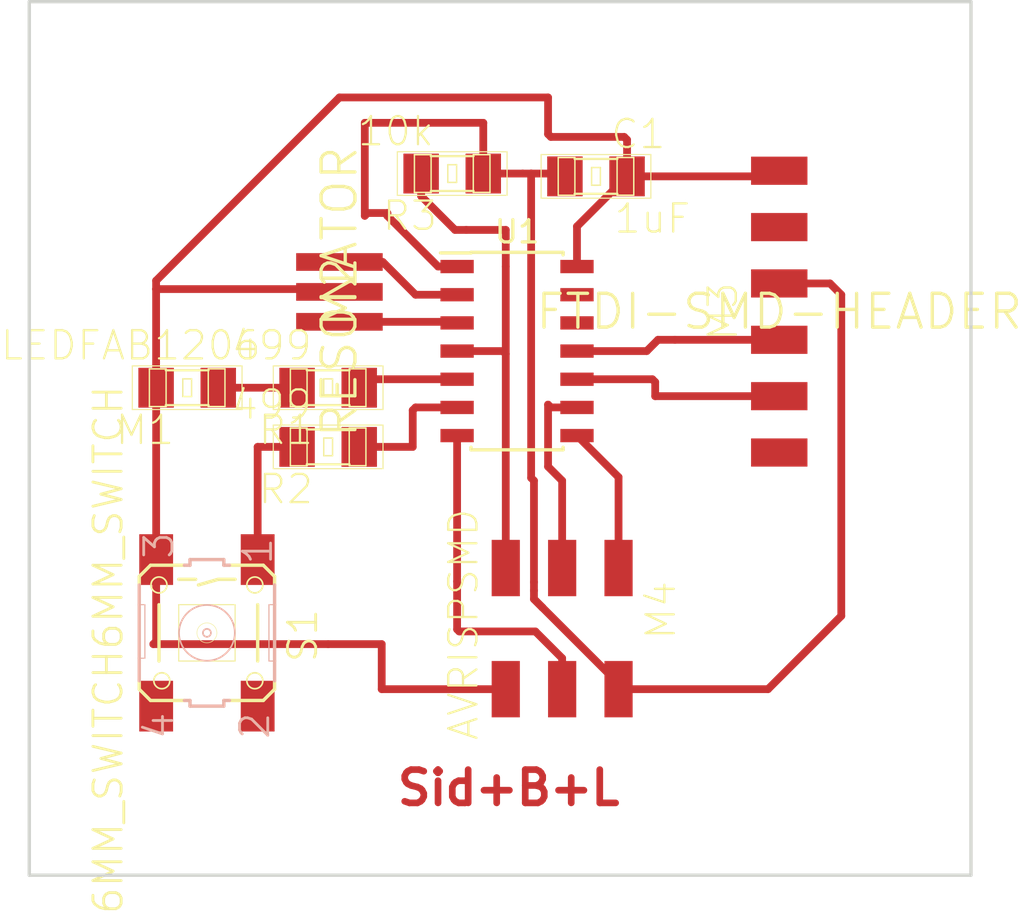
<source format=kicad_pcb>
(kicad_pcb (version 4) (host pcbnew 4.0.6-e0-6349~53~ubuntu16.04.1)

  (general
    (links 23)
    (no_connects 0)
    (area 133.12581 117.272999 179.560286 158.671811)
    (thickness 1.6)
    (drawings 5)
    (tracks 98)
    (zones 0)
    (modules 10)
    (nets 21)
  )

  (page A4)
  (layers
    (0 F.Cu signal)
    (31 B.Cu signal)
    (32 B.Adhes user)
    (33 F.Adhes user)
    (34 B.Paste user)
    (35 F.Paste user)
    (36 B.SilkS user)
    (37 F.SilkS user)
    (38 B.Mask user)
    (39 F.Mask user)
    (40 Dwgs.User user)
    (41 Cmts.User user)
    (42 Eco1.User user)
    (43 Eco2.User user)
    (44 Edge.Cuts user)
    (45 Margin user)
    (46 B.CrtYd user)
    (47 F.CrtYd user)
    (48 B.Fab user)
    (49 F.Fab user)
  )

  (setup
    (last_trace_width 0.35)
    (trace_clearance 0.2)
    (zone_clearance 0.508)
    (zone_45_only no)
    (trace_min 0.2)
    (segment_width 0.2)
    (edge_width 0.15)
    (via_size 0.6)
    (via_drill 0.4)
    (via_min_size 0.4)
    (via_min_drill 0.3)
    (uvia_size 0.3)
    (uvia_drill 0.1)
    (uvias_allowed no)
    (uvia_min_size 0.2)
    (uvia_min_drill 0.1)
    (pcb_text_width 0.3)
    (pcb_text_size 1.5 1.5)
    (mod_edge_width 0.15)
    (mod_text_size 1 1)
    (mod_text_width 0.15)
    (pad_size 1.524 1.524)
    (pad_drill 0.762)
    (pad_to_mask_clearance 0.2)
    (aux_axis_origin 0 0)
    (visible_elements FFFFFF1F)
    (pcbplotparams
      (layerselection 0x00030_80000001)
      (usegerberextensions false)
      (excludeedgelayer true)
      (linewidth 0.100000)
      (plotframeref false)
      (viasonmask false)
      (mode 1)
      (useauxorigin false)
      (hpglpennumber 1)
      (hpglpenspeed 20)
      (hpglpendiameter 15)
      (hpglpenoverlay 2)
      (psnegative false)
      (psa4output false)
      (plotreference true)
      (plotvalue true)
      (plotinvisibletext false)
      (padsonsilk false)
      (subtractmaskfromsilk false)
      (outputformat 1)
      (mirror false)
      (drillshape 1)
      (scaleselection 1)
      (outputdirectory ../../../../../../../pngs/))
  )

  (net 0 "")
  (net 1 VCC)
  (net 2 GND)
  (net 3 "Net-(M1-Pad1)")
  (net 4 "Net-(M2-Pad1)")
  (net 5 "Net-(M2-Pad3)")
  (net 6 "Net-(M3-Pad2)")
  (net 7 TX)
  (net 8 RX)
  (net 9 "Net-(M3-Pad6)")
  (net 10 MISO)
  (net 11 SCK)
  (net 12 MOSI)
  (net 13 RST)
  (net 14 PA0)
  (net 15 PA1)
  (net 16 "Net-(R2-Pad2)")
  (net 17 "Net-(S1-Pad2)")
  (net 18 "Net-(S1-Pad4)")
  (net 19 "Net-(U1-Pad12)")
  (net 20 "Net-(U1-Pad13)")

  (net_class Default "This is the default net class."
    (clearance 0.2)
    (trace_width 0.35)
    (via_dia 0.6)
    (via_drill 0.4)
    (uvia_dia 0.3)
    (uvia_drill 0.1)
    (add_net GND)
    (add_net MISO)
    (add_net MOSI)
    (add_net "Net-(M1-Pad1)")
    (add_net "Net-(M2-Pad1)")
    (add_net "Net-(M2-Pad3)")
    (add_net "Net-(M3-Pad2)")
    (add_net "Net-(M3-Pad6)")
    (add_net "Net-(R2-Pad2)")
    (add_net "Net-(S1-Pad2)")
    (add_net "Net-(S1-Pad4)")
    (add_net "Net-(U1-Pad12)")
    (add_net "Net-(U1-Pad13)")
    (add_net PA0)
    (add_net PA1)
    (add_net RST)
    (add_net RX)
    (add_net SCK)
    (add_net TX)
    (add_net VCC)
  )

  (module fab:fab-C1206 (layer F.Cu) (tedit 200000) (tstamp 5950F6B6)
    (at 160.147 125.222)
    (descr CAPACITOR)
    (tags CAPACITOR)
    (path /5950FFFD)
    (attr smd)
    (fp_text reference C1 (at 1.905 -1.905) (layer F.SilkS)
      (effects (font (size 1.27 1.27) (thickness 0.1016)))
    )
    (fp_text value 1uF (at 2.54 1.905) (layer F.SilkS)
      (effects (font (size 1.27 1.27) (thickness 0.1016)))
    )
    (fp_line (start -1.7018 0.8509) (end -0.94996 0.8509) (layer F.SilkS) (width 0.06604))
    (fp_line (start -0.94996 0.8509) (end -0.94996 -0.84836) (layer F.SilkS) (width 0.06604))
    (fp_line (start -1.7018 -0.84836) (end -0.94996 -0.84836) (layer F.SilkS) (width 0.06604))
    (fp_line (start -1.7018 0.8509) (end -1.7018 -0.84836) (layer F.SilkS) (width 0.06604))
    (fp_line (start 0.94996 0.84836) (end 1.7018 0.84836) (layer F.SilkS) (width 0.06604))
    (fp_line (start 1.7018 0.84836) (end 1.7018 -0.8509) (layer F.SilkS) (width 0.06604))
    (fp_line (start 0.94996 -0.8509) (end 1.7018 -0.8509) (layer F.SilkS) (width 0.06604))
    (fp_line (start 0.94996 0.84836) (end 0.94996 -0.8509) (layer F.SilkS) (width 0.06604))
    (fp_line (start -0.19812 0.39878) (end 0.19812 0.39878) (layer F.SilkS) (width 0.06604))
    (fp_line (start 0.19812 0.39878) (end 0.19812 -0.39878) (layer F.SilkS) (width 0.06604))
    (fp_line (start -0.19812 -0.39878) (end 0.19812 -0.39878) (layer F.SilkS) (width 0.06604))
    (fp_line (start -0.19812 0.39878) (end -0.19812 -0.39878) (layer F.SilkS) (width 0.06604))
    (fp_line (start -2.47142 -0.98298) (end 2.47142 -0.98298) (layer F.SilkS) (width 0.0508))
    (fp_line (start 2.47142 0.98298) (end -2.47142 0.98298) (layer F.SilkS) (width 0.0508))
    (fp_line (start -2.47142 0.98298) (end -2.47142 -0.98298) (layer F.SilkS) (width 0.0508))
    (fp_line (start 2.47142 -0.98298) (end 2.47142 0.98298) (layer F.SilkS) (width 0.0508))
    (fp_line (start -0.96266 -0.78486) (end 0.96266 -0.78486) (layer F.SilkS) (width 0.1016))
    (fp_line (start -0.96266 0.78486) (end 0.96266 0.78486) (layer F.SilkS) (width 0.1016))
    (pad 1 smd rect (at -1.39954 0) (size 1.59766 1.79832) (layers F.Cu F.Paste F.Mask)
      (net 1 VCC))
    (pad 2 smd rect (at 1.39954 0) (size 1.59766 1.79832) (layers F.Cu F.Paste F.Mask)
      (net 2 GND))
  )

  (module fab:fab-C1206 (layer F.Cu) (tedit 200000) (tstamp 5950F6BC)
    (at 141.732 134.747 180)
    (descr CAPACITOR)
    (tags CAPACITOR)
    (path /5950EE54)
    (attr smd)
    (fp_text reference M1 (at 1.905 -1.905 180) (layer F.SilkS)
      (effects (font (size 1.27 1.27) (thickness 0.1016)))
    )
    (fp_text value LEDFAB1206 (at 2.54 1.905 180) (layer F.SilkS)
      (effects (font (size 1.27 1.27) (thickness 0.1016)))
    )
    (fp_line (start -1.7018 0.8509) (end -0.94996 0.8509) (layer F.SilkS) (width 0.06604))
    (fp_line (start -0.94996 0.8509) (end -0.94996 -0.84836) (layer F.SilkS) (width 0.06604))
    (fp_line (start -1.7018 -0.84836) (end -0.94996 -0.84836) (layer F.SilkS) (width 0.06604))
    (fp_line (start -1.7018 0.8509) (end -1.7018 -0.84836) (layer F.SilkS) (width 0.06604))
    (fp_line (start 0.94996 0.84836) (end 1.7018 0.84836) (layer F.SilkS) (width 0.06604))
    (fp_line (start 1.7018 0.84836) (end 1.7018 -0.8509) (layer F.SilkS) (width 0.06604))
    (fp_line (start 0.94996 -0.8509) (end 1.7018 -0.8509) (layer F.SilkS) (width 0.06604))
    (fp_line (start 0.94996 0.84836) (end 0.94996 -0.8509) (layer F.SilkS) (width 0.06604))
    (fp_line (start -0.19812 0.39878) (end 0.19812 0.39878) (layer F.SilkS) (width 0.06604))
    (fp_line (start 0.19812 0.39878) (end 0.19812 -0.39878) (layer F.SilkS) (width 0.06604))
    (fp_line (start -0.19812 -0.39878) (end 0.19812 -0.39878) (layer F.SilkS) (width 0.06604))
    (fp_line (start -0.19812 0.39878) (end -0.19812 -0.39878) (layer F.SilkS) (width 0.06604))
    (fp_line (start -2.47142 -0.98298) (end 2.47142 -0.98298) (layer F.SilkS) (width 0.0508))
    (fp_line (start 2.47142 0.98298) (end -2.47142 0.98298) (layer F.SilkS) (width 0.0508))
    (fp_line (start -2.47142 0.98298) (end -2.47142 -0.98298) (layer F.SilkS) (width 0.0508))
    (fp_line (start 2.47142 -0.98298) (end 2.47142 0.98298) (layer F.SilkS) (width 0.0508))
    (fp_line (start -0.96266 -0.78486) (end 0.96266 -0.78486) (layer F.SilkS) (width 0.1016))
    (fp_line (start -0.96266 0.78486) (end 0.96266 0.78486) (layer F.SilkS) (width 0.1016))
    (pad 1 smd rect (at -1.39954 0 180) (size 1.59766 1.79832) (layers F.Cu F.Paste F.Mask)
      (net 3 "Net-(M1-Pad1)"))
    (pad 2 smd rect (at 1.39954 0 180) (size 1.59766 1.79832) (layers F.Cu F.Paste F.Mask)
      (net 2 GND))
  )

  (module fab:fab-EFOBM (layer F.Cu) (tedit 200000) (tstamp 5950F6C3)
    (at 148.59 130.429 270)
    (path /5950F017)
    (attr smd)
    (fp_text reference M2 (at 0 0 270) (layer F.SilkS)
      (effects (font (thickness 0.15)))
    )
    (fp_text value RESONATOR (at 0 0 270) (layer F.SilkS)
      (effects (font (thickness 0.15)))
    )
    (pad 1 smd rect (at -1.34874 0) (size 3.8989 0.79756) (layers F.Cu F.Paste F.Mask)
      (net 4 "Net-(M2-Pad1)"))
    (pad 2 smd rect (at 0 0 180) (size 3.8989 0.79756) (layers F.Cu F.Paste F.Mask)
      (net 2 GND))
    (pad 3 smd rect (at 1.34874 0 180) (size 3.8989 0.79756) (layers F.Cu F.Paste F.Mask)
      (net 5 "Net-(M2-Pad3)"))
  )

  (module fab:fab-1X06SMD (layer F.Cu) (tedit 200000) (tstamp 5950F6CD)
    (at 168.402 131.318)
    (path /5950EFF7)
    (attr smd)
    (fp_text reference M3 (at -2.54 0 90) (layer F.SilkS)
      (effects (font (size 1.27 1.27) (thickness 0.1016)))
    )
    (fp_text value FTDI-SMD-HEADER (at 0 0) (layer F.SilkS)
      (effects (font (thickness 0.15)))
    )
    (pad 1 smd rect (at 0 -6.35) (size 2.54 1.27) (layers F.Cu F.Paste F.Mask)
      (net 2 GND))
    (pad 2 smd rect (at 0 -3.81) (size 2.54 1.27) (layers F.Cu F.Paste F.Mask)
      (net 6 "Net-(M3-Pad2)"))
    (pad 3 smd rect (at 0 -1.27) (size 2.54 1.27) (layers F.Cu F.Paste F.Mask)
      (net 1 VCC))
    (pad 4 smd rect (at 0 1.27) (size 2.54 1.27) (layers F.Cu F.Paste F.Mask)
      (net 7 TX))
    (pad 5 smd rect (at 0 3.81) (size 2.54 1.27) (layers F.Cu F.Paste F.Mask)
      (net 8 RX))
    (pad 6 smd rect (at 0 6.35) (size 2.54 1.27) (layers F.Cu F.Paste F.Mask)
      (net 9 "Net-(M3-Pad6)"))
  )

  (module fab:fab-2X03SMD (layer F.Cu) (tedit 200000) (tstamp 5950F6D7)
    (at 158.623 145.415 270)
    (path /5950ED73)
    (attr smd)
    (fp_text reference M4 (at -0.635 -4.445 270) (layer F.SilkS)
      (effects (font (size 1.27 1.27) (thickness 0.1016)))
    )
    (fp_text value AVRISPSMD (at 0 4.445 270) (layer F.SilkS)
      (effects (font (size 1.27 1.27) (thickness 0.1016)))
    )
    (pad 1 smd rect (at -2.54 -2.54 270) (size 2.54 1.27) (layers F.Cu F.Paste F.Mask)
      (net 10 MISO))
    (pad 2 smd rect (at 2.91846 -2.54 270) (size 2.54 1.27) (layers F.Cu F.Paste F.Mask)
      (net 1 VCC))
    (pad 3 smd rect (at -2.54 0 270) (size 2.54 1.27) (layers F.Cu F.Paste F.Mask)
      (net 11 SCK))
    (pad 4 smd rect (at 2.91846 0 270) (size 2.54 1.27) (layers F.Cu F.Paste F.Mask)
      (net 12 MOSI))
    (pad 5 smd rect (at -2.54 2.54 270) (size 2.54 1.27) (layers F.Cu F.Paste F.Mask)
      (net 13 RST))
    (pad 6 smd rect (at 2.91846 2.54 270) (size 2.54 1.27) (layers F.Cu F.Paste F.Mask)
      (net 2 GND))
  )

  (module fab:fab-C1206 (layer F.Cu) (tedit 200000) (tstamp 5950F6DD)
    (at 148.082 134.747 180)
    (descr CAPACITOR)
    (tags CAPACITOR)
    (path /5950EF31)
    (attr smd)
    (fp_text reference R1 (at 1.905 -1.905 180) (layer F.SilkS)
      (effects (font (size 1.27 1.27) (thickness 0.1016)))
    )
    (fp_text value 499 (at 2.54 1.905 180) (layer F.SilkS)
      (effects (font (size 1.27 1.27) (thickness 0.1016)))
    )
    (fp_line (start -1.7018 0.8509) (end -0.94996 0.8509) (layer F.SilkS) (width 0.06604))
    (fp_line (start -0.94996 0.8509) (end -0.94996 -0.84836) (layer F.SilkS) (width 0.06604))
    (fp_line (start -1.7018 -0.84836) (end -0.94996 -0.84836) (layer F.SilkS) (width 0.06604))
    (fp_line (start -1.7018 0.8509) (end -1.7018 -0.84836) (layer F.SilkS) (width 0.06604))
    (fp_line (start 0.94996 0.84836) (end 1.7018 0.84836) (layer F.SilkS) (width 0.06604))
    (fp_line (start 1.7018 0.84836) (end 1.7018 -0.8509) (layer F.SilkS) (width 0.06604))
    (fp_line (start 0.94996 -0.8509) (end 1.7018 -0.8509) (layer F.SilkS) (width 0.06604))
    (fp_line (start 0.94996 0.84836) (end 0.94996 -0.8509) (layer F.SilkS) (width 0.06604))
    (fp_line (start -0.19812 0.39878) (end 0.19812 0.39878) (layer F.SilkS) (width 0.06604))
    (fp_line (start 0.19812 0.39878) (end 0.19812 -0.39878) (layer F.SilkS) (width 0.06604))
    (fp_line (start -0.19812 -0.39878) (end 0.19812 -0.39878) (layer F.SilkS) (width 0.06604))
    (fp_line (start -0.19812 0.39878) (end -0.19812 -0.39878) (layer F.SilkS) (width 0.06604))
    (fp_line (start -2.47142 -0.98298) (end 2.47142 -0.98298) (layer F.SilkS) (width 0.0508))
    (fp_line (start 2.47142 0.98298) (end -2.47142 0.98298) (layer F.SilkS) (width 0.0508))
    (fp_line (start -2.47142 0.98298) (end -2.47142 -0.98298) (layer F.SilkS) (width 0.0508))
    (fp_line (start 2.47142 -0.98298) (end 2.47142 0.98298) (layer F.SilkS) (width 0.0508))
    (fp_line (start -0.96266 -0.78486) (end 0.96266 -0.78486) (layer F.SilkS) (width 0.1016))
    (fp_line (start -0.96266 0.78486) (end 0.96266 0.78486) (layer F.SilkS) (width 0.1016))
    (pad 1 smd rect (at -1.39954 0 180) (size 1.59766 1.79832) (layers F.Cu F.Paste F.Mask)
      (net 14 PA0))
    (pad 2 smd rect (at 1.39954 0 180) (size 1.59766 1.79832) (layers F.Cu F.Paste F.Mask)
      (net 3 "Net-(M1-Pad1)"))
  )

  (module fab:fab-C1206 (layer F.Cu) (tedit 200000) (tstamp 5950F6E3)
    (at 148.082 137.414 180)
    (descr CAPACITOR)
    (tags CAPACITOR)
    (path /5951BA76)
    (attr smd)
    (fp_text reference R2 (at 1.905 -1.905 180) (layer F.SilkS)
      (effects (font (size 1.27 1.27) (thickness 0.1016)))
    )
    (fp_text value 499 (at 2.54 1.905 180) (layer F.SilkS)
      (effects (font (size 1.27 1.27) (thickness 0.1016)))
    )
    (fp_line (start -1.7018 0.8509) (end -0.94996 0.8509) (layer F.SilkS) (width 0.06604))
    (fp_line (start -0.94996 0.8509) (end -0.94996 -0.84836) (layer F.SilkS) (width 0.06604))
    (fp_line (start -1.7018 -0.84836) (end -0.94996 -0.84836) (layer F.SilkS) (width 0.06604))
    (fp_line (start -1.7018 0.8509) (end -1.7018 -0.84836) (layer F.SilkS) (width 0.06604))
    (fp_line (start 0.94996 0.84836) (end 1.7018 0.84836) (layer F.SilkS) (width 0.06604))
    (fp_line (start 1.7018 0.84836) (end 1.7018 -0.8509) (layer F.SilkS) (width 0.06604))
    (fp_line (start 0.94996 -0.8509) (end 1.7018 -0.8509) (layer F.SilkS) (width 0.06604))
    (fp_line (start 0.94996 0.84836) (end 0.94996 -0.8509) (layer F.SilkS) (width 0.06604))
    (fp_line (start -0.19812 0.39878) (end 0.19812 0.39878) (layer F.SilkS) (width 0.06604))
    (fp_line (start 0.19812 0.39878) (end 0.19812 -0.39878) (layer F.SilkS) (width 0.06604))
    (fp_line (start -0.19812 -0.39878) (end 0.19812 -0.39878) (layer F.SilkS) (width 0.06604))
    (fp_line (start -0.19812 0.39878) (end -0.19812 -0.39878) (layer F.SilkS) (width 0.06604))
    (fp_line (start -2.47142 -0.98298) (end 2.47142 -0.98298) (layer F.SilkS) (width 0.0508))
    (fp_line (start 2.47142 0.98298) (end -2.47142 0.98298) (layer F.SilkS) (width 0.0508))
    (fp_line (start -2.47142 0.98298) (end -2.47142 -0.98298) (layer F.SilkS) (width 0.0508))
    (fp_line (start 2.47142 -0.98298) (end 2.47142 0.98298) (layer F.SilkS) (width 0.0508))
    (fp_line (start -0.96266 -0.78486) (end 0.96266 -0.78486) (layer F.SilkS) (width 0.1016))
    (fp_line (start -0.96266 0.78486) (end 0.96266 0.78486) (layer F.SilkS) (width 0.1016))
    (pad 1 smd rect (at -1.39954 0 180) (size 1.59766 1.79832) (layers F.Cu F.Paste F.Mask)
      (net 15 PA1))
    (pad 2 smd rect (at 1.39954 0 180) (size 1.59766 1.79832) (layers F.Cu F.Paste F.Mask)
      (net 16 "Net-(R2-Pad2)"))
  )

  (module fab:fab-C1206 (layer F.Cu) (tedit 200000) (tstamp 5950F6E9)
    (at 153.67 125.095 180)
    (descr CAPACITOR)
    (tags CAPACITOR)
    (path /595155F0)
    (attr smd)
    (fp_text reference R3 (at 1.905 -1.905 180) (layer F.SilkS)
      (effects (font (size 1.27 1.27) (thickness 0.1016)))
    )
    (fp_text value 10k (at 2.54 1.905 180) (layer F.SilkS)
      (effects (font (size 1.27 1.27) (thickness 0.1016)))
    )
    (fp_line (start -1.7018 0.8509) (end -0.94996 0.8509) (layer F.SilkS) (width 0.06604))
    (fp_line (start -0.94996 0.8509) (end -0.94996 -0.84836) (layer F.SilkS) (width 0.06604))
    (fp_line (start -1.7018 -0.84836) (end -0.94996 -0.84836) (layer F.SilkS) (width 0.06604))
    (fp_line (start -1.7018 0.8509) (end -1.7018 -0.84836) (layer F.SilkS) (width 0.06604))
    (fp_line (start 0.94996 0.84836) (end 1.7018 0.84836) (layer F.SilkS) (width 0.06604))
    (fp_line (start 1.7018 0.84836) (end 1.7018 -0.8509) (layer F.SilkS) (width 0.06604))
    (fp_line (start 0.94996 -0.8509) (end 1.7018 -0.8509) (layer F.SilkS) (width 0.06604))
    (fp_line (start 0.94996 0.84836) (end 0.94996 -0.8509) (layer F.SilkS) (width 0.06604))
    (fp_line (start -0.19812 0.39878) (end 0.19812 0.39878) (layer F.SilkS) (width 0.06604))
    (fp_line (start 0.19812 0.39878) (end 0.19812 -0.39878) (layer F.SilkS) (width 0.06604))
    (fp_line (start -0.19812 -0.39878) (end 0.19812 -0.39878) (layer F.SilkS) (width 0.06604))
    (fp_line (start -0.19812 0.39878) (end -0.19812 -0.39878) (layer F.SilkS) (width 0.06604))
    (fp_line (start -2.47142 -0.98298) (end 2.47142 -0.98298) (layer F.SilkS) (width 0.0508))
    (fp_line (start 2.47142 0.98298) (end -2.47142 0.98298) (layer F.SilkS) (width 0.0508))
    (fp_line (start -2.47142 0.98298) (end -2.47142 -0.98298) (layer F.SilkS) (width 0.0508))
    (fp_line (start 2.47142 -0.98298) (end 2.47142 0.98298) (layer F.SilkS) (width 0.0508))
    (fp_line (start -0.96266 -0.78486) (end 0.96266 -0.78486) (layer F.SilkS) (width 0.1016))
    (fp_line (start -0.96266 0.78486) (end 0.96266 0.78486) (layer F.SilkS) (width 0.1016))
    (pad 1 smd rect (at -1.39954 0 180) (size 1.59766 1.79832) (layers F.Cu F.Paste F.Mask)
      (net 1 VCC))
    (pad 2 smd rect (at 1.39954 0 180) (size 1.59766 1.79832) (layers F.Cu F.Paste F.Mask)
      (net 13 RST))
  )

  (module fab:fab-6MM_SWITCH (layer F.Cu) (tedit 200000) (tstamp 5950F6F1)
    (at 142.621 145.796 270)
    (descr "OMRON SWITCH")
    (tags "OMRON SWITCH")
    (path /5950EF6A)
    (attr smd)
    (fp_text reference S1 (at 0.127 -4.318 270) (layer F.SilkS)
      (effects (font (size 1.27 1.27) (thickness 0.127)))
    )
    (fp_text value 6MM_SWITCH6MM_SWITCH (at 0.762 4.445 270) (layer F.SilkS)
      (effects (font (size 1.27 1.27) (thickness 0.127)))
    )
    (fp_line (start 3.302 0.762) (end 3.048 0.762) (layer B.SilkS) (width 0.1524))
    (fp_line (start 3.302 0.762) (end 3.302 -0.762) (layer B.SilkS) (width 0.1524))
    (fp_line (start 3.048 -0.762) (end 3.302 -0.762) (layer B.SilkS) (width 0.1524))
    (fp_line (start 3.048 -1.016) (end 3.048 -2.54) (layer F.SilkS) (width 0.1524))
    (fp_line (start -3.302 -0.762) (end -3.048 -0.762) (layer B.SilkS) (width 0.1524))
    (fp_line (start -3.302 -0.762) (end -3.302 0.762) (layer B.SilkS) (width 0.1524))
    (fp_line (start -3.048 0.762) (end -3.302 0.762) (layer B.SilkS) (width 0.1524))
    (fp_line (start 3.048 -2.54) (end 2.54 -3.048) (layer F.SilkS) (width 0.1524))
    (fp_line (start 2.54 3.048) (end 3.048 2.54) (layer F.SilkS) (width 0.1524))
    (fp_line (start 3.048 2.54) (end 3.048 1.016) (layer F.SilkS) (width 0.1524))
    (fp_line (start -2.54 -3.048) (end -3.048 -2.54) (layer F.SilkS) (width 0.1524))
    (fp_line (start -3.048 -2.54) (end -3.048 -1.016) (layer F.SilkS) (width 0.1524))
    (fp_line (start -2.54 3.048) (end -3.048 2.54) (layer F.SilkS) (width 0.1524))
    (fp_line (start -3.048 2.54) (end -3.048 1.016) (layer F.SilkS) (width 0.1524))
    (fp_line (start -1.27 -1.27) (end -1.27 1.27) (layer F.SilkS) (width 0.0508))
    (fp_line (start 1.27 1.27) (end -1.27 1.27) (layer F.SilkS) (width 0.0508))
    (fp_line (start 1.27 1.27) (end 1.27 -1.27) (layer F.SilkS) (width 0.0508))
    (fp_line (start -1.27 -1.27) (end 1.27 -1.27) (layer F.SilkS) (width 0.0508))
    (fp_line (start -1.27 -3.048) (end -1.27 -2.794) (layer B.SilkS) (width 0.0508))
    (fp_line (start 1.27 -2.794) (end -1.27 -2.794) (layer B.SilkS) (width 0.0508))
    (fp_line (start 1.27 -2.794) (end 1.27 -3.048) (layer B.SilkS) (width 0.0508))
    (fp_line (start 1.143 2.794) (end -1.27 2.794) (layer B.SilkS) (width 0.0508))
    (fp_line (start 1.143 2.794) (end 1.143 3.048) (layer B.SilkS) (width 0.0508))
    (fp_line (start -1.27 2.794) (end -1.27 3.048) (layer B.SilkS) (width 0.0508))
    (fp_line (start 2.54 3.048) (end 2.159 3.048) (layer F.SilkS) (width 0.1524))
    (fp_line (start -2.54 3.048) (end -2.159 3.048) (layer F.SilkS) (width 0.1524))
    (fp_line (start -2.159 3.048) (end -1.27 3.048) (layer B.SilkS) (width 0.1524))
    (fp_line (start -2.54 -3.048) (end -2.159 -3.048) (layer F.SilkS) (width 0.1524))
    (fp_line (start 2.54 -3.048) (end 2.159 -3.048) (layer F.SilkS) (width 0.1524))
    (fp_line (start 2.159 -3.048) (end 1.27 -3.048) (layer B.SilkS) (width 0.1524))
    (fp_line (start 1.27 -3.048) (end -1.27 -3.048) (layer B.SilkS) (width 0.1524))
    (fp_line (start -1.27 -3.048) (end -2.159 -3.048) (layer B.SilkS) (width 0.1524))
    (fp_line (start -1.27 3.048) (end 1.143 3.048) (layer B.SilkS) (width 0.1524))
    (fp_line (start 1.143 3.048) (end 2.159 3.048) (layer B.SilkS) (width 0.1524))
    (fp_line (start 3.048 0.762) (end 3.048 1.016) (layer B.SilkS) (width 0.1524))
    (fp_line (start 3.048 -0.762) (end 3.048 -1.016) (layer B.SilkS) (width 0.1524))
    (fp_line (start -3.048 0.762) (end -3.048 1.016) (layer B.SilkS) (width 0.1524))
    (fp_line (start -3.048 -0.762) (end -3.048 -1.016) (layer B.SilkS) (width 0.1524))
    (fp_line (start -1.27 2.159) (end 1.27 2.159) (layer F.SilkS) (width 0.1524))
    (fp_line (start 1.27 -2.286) (end -1.27 -2.286) (layer F.SilkS) (width 0.1524))
    (fp_line (start -2.413 -1.27) (end -2.413 -0.508) (layer F.SilkS) (width 0.1524))
    (fp_line (start -2.413 0.508) (end -2.413 1.27) (layer F.SilkS) (width 0.1524))
    (fp_line (start -2.413 -0.508) (end -2.159 0.381) (layer F.SilkS) (width 0.1524))
    (fp_circle (center 0 0) (end -0.889 0.889) (layer B.SilkS) (width 0.0762))
    (fp_circle (center -2.159 2.159) (end -2.413 2.413) (layer F.SilkS) (width 0.0762))
    (fp_circle (center 2.159 2.032) (end 2.413 2.286) (layer F.SilkS) (width 0.0762))
    (fp_circle (center 2.159 -2.159) (end 2.413 -2.413) (layer F.SilkS) (width 0.0762))
    (fp_circle (center -2.159 -2.159) (end -2.413 -2.413) (layer F.SilkS) (width 0.0762))
    (fp_circle (center 0 0) (end -0.3175 0.3175) (layer F.SilkS) (width 0.0254))
    (fp_circle (center 0 0) (end -0.127 0.127) (layer B.SilkS) (width 0.0762))
    (fp_text user 1 (at -3.683 -2.286 270) (layer B.SilkS)
      (effects (font (size 1.27 1.27) (thickness 0.127)))
    )
    (fp_text user 2 (at 4.191 -2.159 270) (layer B.SilkS)
      (effects (font (size 1.27 1.27) (thickness 0.127)))
    )
    (fp_text user 3 (at -3.937 2.159 270) (layer B.SilkS)
      (effects (font (size 1.27 1.27) (thickness 0.127)))
    )
    (fp_text user 4 (at 4.191 2.159 270) (layer B.SilkS)
      (effects (font (size 1.27 1.27) (thickness 0.127)))
    )
    (pad 1 smd rect (at -3.302 -2.286 270) (size 2.286 1.524) (layers F.Cu F.Paste F.Mask)
      (net 16 "Net-(R2-Pad2)"))
    (pad 2 smd rect (at 3.302 -2.286 270) (size 2.286 1.524) (layers F.Cu F.Paste F.Mask)
      (net 17 "Net-(S1-Pad2)"))
    (pad 3 smd rect (at -3.302 2.286 270) (size 2.286 1.524) (layers F.Cu F.Paste F.Mask)
      (net 2 GND))
    (pad 4 smd rect (at 3.302 2.286 270) (size 2.286 1.524) (layers F.Cu F.Paste F.Mask)
      (net 18 "Net-(S1-Pad4)"))
  )

  (module Housings_SOIC:SOIC-14_3.9x8.7mm_Pitch1.27mm (layer F.Cu) (tedit 58CC8F64) (tstamp 5950F703)
    (at 156.591 133.096)
    (descr "14-Lead Plastic Small Outline (SL) - Narrow, 3.90 mm Body [SOIC] (see Microchip Packaging Specification 00000049BS.pdf)")
    (tags "SOIC 1.27")
    (path /5950ECDD)
    (attr smd)
    (fp_text reference U1 (at 0 -5.375) (layer F.SilkS)
      (effects (font (size 1 1) (thickness 0.15)))
    )
    (fp_text value ATTINY44A-SSU (at 0 5.375) (layer F.Fab)
      (effects (font (size 1 1) (thickness 0.15)))
    )
    (fp_text user %R (at 0 0) (layer F.Fab)
      (effects (font (size 0.9 0.9) (thickness 0.135)))
    )
    (fp_line (start -0.95 -4.35) (end 1.95 -4.35) (layer F.Fab) (width 0.15))
    (fp_line (start 1.95 -4.35) (end 1.95 4.35) (layer F.Fab) (width 0.15))
    (fp_line (start 1.95 4.35) (end -1.95 4.35) (layer F.Fab) (width 0.15))
    (fp_line (start -1.95 4.35) (end -1.95 -3.35) (layer F.Fab) (width 0.15))
    (fp_line (start -1.95 -3.35) (end -0.95 -4.35) (layer F.Fab) (width 0.15))
    (fp_line (start -3.7 -4.65) (end -3.7 4.65) (layer F.CrtYd) (width 0.05))
    (fp_line (start 3.7 -4.65) (end 3.7 4.65) (layer F.CrtYd) (width 0.05))
    (fp_line (start -3.7 -4.65) (end 3.7 -4.65) (layer F.CrtYd) (width 0.05))
    (fp_line (start -3.7 4.65) (end 3.7 4.65) (layer F.CrtYd) (width 0.05))
    (fp_line (start -2.075 -4.45) (end -2.075 -4.425) (layer F.SilkS) (width 0.15))
    (fp_line (start 2.075 -4.45) (end 2.075 -4.335) (layer F.SilkS) (width 0.15))
    (fp_line (start 2.075 4.45) (end 2.075 4.335) (layer F.SilkS) (width 0.15))
    (fp_line (start -2.075 4.45) (end -2.075 4.335) (layer F.SilkS) (width 0.15))
    (fp_line (start -2.075 -4.45) (end 2.075 -4.45) (layer F.SilkS) (width 0.15))
    (fp_line (start -2.075 4.45) (end 2.075 4.45) (layer F.SilkS) (width 0.15))
    (fp_line (start -2.075 -4.425) (end -3.45 -4.425) (layer F.SilkS) (width 0.15))
    (pad 1 smd rect (at -2.7 -3.81) (size 1.5 0.6) (layers F.Cu F.Paste F.Mask)
      (net 1 VCC))
    (pad 2 smd rect (at -2.7 -2.54) (size 1.5 0.6) (layers F.Cu F.Paste F.Mask)
      (net 4 "Net-(M2-Pad1)"))
    (pad 3 smd rect (at -2.7 -1.27) (size 1.5 0.6) (layers F.Cu F.Paste F.Mask)
      (net 5 "Net-(M2-Pad3)"))
    (pad 4 smd rect (at -2.7 0) (size 1.5 0.6) (layers F.Cu F.Paste F.Mask)
      (net 13 RST))
    (pad 5 smd rect (at -2.7 1.27) (size 1.5 0.6) (layers F.Cu F.Paste F.Mask)
      (net 14 PA0))
    (pad 6 smd rect (at -2.7 2.54) (size 1.5 0.6) (layers F.Cu F.Paste F.Mask)
      (net 15 PA1))
    (pad 7 smd rect (at -2.7 3.81) (size 1.5 0.6) (layers F.Cu F.Paste F.Mask)
      (net 12 MOSI))
    (pad 8 smd rect (at 2.7 3.81) (size 1.5 0.6) (layers F.Cu F.Paste F.Mask)
      (net 10 MISO))
    (pad 9 smd rect (at 2.7 2.54) (size 1.5 0.6) (layers F.Cu F.Paste F.Mask)
      (net 11 SCK))
    (pad 10 smd rect (at 2.7 1.27) (size 1.5 0.6) (layers F.Cu F.Paste F.Mask)
      (net 8 RX))
    (pad 11 smd rect (at 2.7 0) (size 1.5 0.6) (layers F.Cu F.Paste F.Mask)
      (net 7 TX))
    (pad 12 smd rect (at 2.7 -1.27) (size 1.5 0.6) (layers F.Cu F.Paste F.Mask)
      (net 19 "Net-(U1-Pad12)"))
    (pad 13 smd rect (at 2.7 -2.54) (size 1.5 0.6) (layers F.Cu F.Paste F.Mask)
      (net 20 "Net-(U1-Pad13)"))
    (pad 14 smd rect (at 2.7 -3.81) (size 1.5 0.6) (layers F.Cu F.Paste F.Mask)
      (net 2 GND))
    (model Housings_SOIC.3dshapes/SOIC-14_3.9x8.7mm_Pitch1.27mm.wrl
      (at (xyz 0 0 0))
      (scale (xyz 1 1 1))
      (rotate (xyz 0 0 0))
    )
  )

  (gr_line (start 134.62 156.718) (end 134.62 117.348) (angle 90) (layer Edge.Cuts) (width 0.15))
  (gr_line (start 177.038 156.718) (end 134.62 156.718) (angle 90) (layer Edge.Cuts) (width 0.15))
  (gr_line (start 177.038 117.348) (end 177.038 156.718) (angle 90) (layer Edge.Cuts) (width 0.15))
  (gr_line (start 134.62 117.348) (end 177.038 117.348) (angle 90) (layer Edge.Cuts) (width 0.15))
  (gr_text Sid+B+L (at 156.21 152.781) (layer F.Cu)
    (effects (font (size 1.5 1.5) (thickness 0.3)))
  )

  (segment (start 150.876 122.809) (end 149.733 122.809) (width 0.35) (layer F.Cu) (net 1))
  (segment (start 150.749 126.873) (end 150.749 127) (width 0.35) (layer F.Cu) (net 1) (tstamp 595107FC))
  (segment (start 149.86 126.873) (end 150.749 126.873) (width 0.35) (layer F.Cu) (net 1) (tstamp 595107F9))
  (segment (start 149.733 127) (end 149.86 126.873) (width 0.35) (layer F.Cu) (net 1) (tstamp 595107F3))
  (segment (start 149.733 122.809) (end 149.733 127) (width 0.35) (layer F.Cu) (net 1) (tstamp 595107F2))
  (segment (start 155.06954 125.095) (end 155.06954 122.81154) (width 0.35) (layer F.Cu) (net 1))
  (segment (start 155.067 122.809) (end 150.876 122.809) (width 0.35) (layer F.Cu) (net 1) (tstamp 5950F912))
  (segment (start 155.06954 122.81154) (end 155.067 122.809) (width 0.35) (layer F.Cu) (net 1) (tstamp 5950F911))
  (segment (start 157.226 138.811) (end 157.226 125.095) (width 0.35) (layer F.Cu) (net 1))
  (segment (start 157.353 143.891) (end 157.353 144.272) (width 0.35) (layer F.Cu) (net 1))
  (segment (start 157.353 144.272) (end 157.734 144.653) (width 0.35) (layer F.Cu) (net 1) (tstamp 59510661))
  (segment (start 167.89654 148.33346) (end 161.163 148.33346) (width 0.35) (layer F.Cu) (net 1) (tstamp 5950FAC3))
  (segment (start 171.196 145.034) (end 167.89654 148.33346) (width 0.35) (layer F.Cu) (net 1) (tstamp 5950FAC1))
  (segment (start 153.891 129.286) (end 153.035 129.286) (width 0.35) (layer F.Cu) (net 1))
  (segment (start 153.035 129.286) (end 150.749 127) (width 0.35) (layer F.Cu) (net 1) (tstamp 59510481))
  (segment (start 150.749 127) (end 150.749 127) (width 0.35) (layer F.Cu) (net 1) (tstamp 595107FD))
  (segment (start 168.402 130.048) (end 170.688 130.048) (width 0.35) (layer F.Cu) (net 1))
  (segment (start 171.196 130.556) (end 171.196 145.034) (width 0.35) (layer F.Cu) (net 1) (tstamp 5950FAC0))
  (segment (start 170.688 130.048) (end 171.196 130.556) (width 0.35) (layer F.Cu) (net 1) (tstamp 5950FABF))
  (segment (start 155.06954 125.095) (end 156.845 125.095) (width 0.35) (layer F.Cu) (net 1))
  (segment (start 156.845 125.095) (end 157.226 125.095) (width 0.35) (layer F.Cu) (net 1) (tstamp 5950FA3A))
  (segment (start 157.226 125.095) (end 158.62046 125.095) (width 0.35) (layer F.Cu) (net 1) (tstamp 59510704))
  (segment (start 158.62046 125.095) (end 158.74746 125.222) (width 0.35) (layer F.Cu) (net 1) (tstamp 5950FA1E))
  (segment (start 157.353 143.51) (end 157.353 143.891) (width 0.35) (layer F.Cu) (net 1))
  (segment (start 157.353 144.272) (end 157.734 144.653) (width 0.35) (layer F.Cu) (net 1) (tstamp 5950F932))
  (segment (start 161.163 148.33346) (end 161.163 148.082) (width 0.35) (layer F.Cu) (net 1))
  (segment (start 161.163 148.082) (end 157.734 144.653) (width 0.35) (layer F.Cu) (net 1) (tstamp 5950F900))
  (segment (start 157.353 143.51) (end 157.353 138.938) (width 0.35) (layer F.Cu) (net 1) (tstamp 5950F930))
  (segment (start 157.353 138.938) (end 157.226 138.811) (width 0.35) (layer F.Cu) (net 1) (tstamp 5950F904))
  (segment (start 161.417 123.444) (end 158.115 123.444) (width 0.35) (layer F.Cu) (net 2))
  (segment (start 157.988 123.317) (end 157.988 121.666) (width 0.35) (layer F.Cu) (net 2) (tstamp 5951058C))
  (segment (start 158.115 123.444) (end 157.988 123.317) (width 0.35) (layer F.Cu) (net 2) (tstamp 5951058B))
  (segment (start 150.495 148.33346) (end 150.495 146.304) (width 0.35) (layer F.Cu) (net 2))
  (segment (start 150.495 146.304) (end 148.082 146.304) (width 0.35) (layer F.Cu) (net 2) (tstamp 5951055F))
  (segment (start 140.33246 130.30454) (end 140.33246 129.92354) (width 0.35) (layer F.Cu) (net 2))
  (segment (start 140.33246 129.92354) (end 148.59 121.666) (width 0.35) (layer F.Cu) (net 2) (tstamp 5951041D))
  (segment (start 148.59 121.666) (end 157.988 121.666) (width 0.35) (layer F.Cu) (net 2) (tstamp 59510422))
  (segment (start 161.54654 123.57354) (end 161.54654 125.222) (width 0.35) (layer F.Cu) (net 2) (tstamp 5951042C))
  (segment (start 161.417 123.444) (end 161.54654 123.57354) (width 0.35) (layer F.Cu) (net 2) (tstamp 59510589))
  (segment (start 140.33246 134.747) (end 140.33246 130.30454) (width 0.35) (layer F.Cu) (net 2))
  (segment (start 140.335 130.302) (end 148.463 130.302) (width 0.35) (layer F.Cu) (net 2) (tstamp 59510410))
  (segment (start 140.33246 130.30454) (end 140.335 130.302) (width 0.35) (layer F.Cu) (net 2) (tstamp 5951040D))
  (segment (start 148.463 130.302) (end 148.59 130.429) (width 0.35) (layer F.Cu) (net 2) (tstamp 59510411))
  (segment (start 140.335 142.494) (end 140.335 134.74954) (width 0.35) (layer F.Cu) (net 2))
  (segment (start 140.335 134.74954) (end 140.33246 134.747) (width 0.35) (layer F.Cu) (net 2) (tstamp 59510406))
  (segment (start 156.083 148.33346) (end 150.495 148.33346) (width 0.35) (layer F.Cu) (net 2))
  (segment (start 140.335 146.177) (end 140.335 142.494) (width 0.35) (layer F.Cu) (net 2) (tstamp 595103E3))
  (segment (start 140.208 146.304) (end 140.335 146.177) (width 0.35) (layer F.Cu) (net 2) (tstamp 595103E0))
  (segment (start 148.082 146.304) (end 140.208 146.304) (width 0.35) (layer F.Cu) (net 2) (tstamp 59510562))
  (segment (start 161.54654 125.222) (end 168.148 125.222) (width 0.35) (layer F.Cu) (net 2))
  (segment (start 168.148 125.222) (end 168.402 124.968) (width 0.35) (layer F.Cu) (net 2) (tstamp 5950FA1B))
  (segment (start 159.291 129.286) (end 159.291 127.47754) (width 0.35) (layer F.Cu) (net 2))
  (segment (start 159.291 127.47754) (end 161.54654 125.222) (width 0.35) (layer F.Cu) (net 2) (tstamp 5950FA15))
  (segment (start 146.68246 134.747) (end 143.13154 134.747) (width 0.35) (layer F.Cu) (net 3))
  (segment (start 148.59 129.08026) (end 150.54326 129.08026) (width 0.35) (layer F.Cu) (net 4))
  (segment (start 152.019 130.556) (end 153.891 130.556) (width 0.35) (layer F.Cu) (net 4) (tstamp 5950F91C))
  (segment (start 150.54326 129.08026) (end 152.019 130.556) (width 0.35) (layer F.Cu) (net 4) (tstamp 5950F91B))
  (segment (start 148.59 131.77774) (end 153.84274 131.77774) (width 0.35) (layer F.Cu) (net 5))
  (segment (start 153.84274 131.77774) (end 153.891 131.826) (width 0.35) (layer F.Cu) (net 5) (tstamp 5950F926))
  (segment (start 163.703 132.588) (end 162.941 132.588) (width 0.35) (layer F.Cu) (net 7))
  (segment (start 162.941 132.588) (end 162.433 133.096) (width 0.35) (layer F.Cu) (net 7) (tstamp 595106A1))
  (segment (start 159.291 133.096) (end 162.433 133.096) (width 0.35) (layer F.Cu) (net 7))
  (segment (start 168.402 132.588) (end 163.703 132.588) (width 0.35) (layer F.Cu) (net 7))
  (segment (start 159.291 134.366) (end 162.687 134.366) (width 0.35) (layer F.Cu) (net 8))
  (segment (start 162.814 134.493) (end 162.814 135.128) (width 0.35) (layer F.Cu) (net 8) (tstamp 5951057E))
  (segment (start 162.687 134.366) (end 162.814 134.493) (width 0.35) (layer F.Cu) (net 8) (tstamp 5951057D))
  (segment (start 168.402 135.128) (end 162.814 135.128) (width 0.35) (layer F.Cu) (net 8))
  (segment (start 161.163 142.875) (end 161.163 138.778) (width 0.35) (layer F.Cu) (net 10))
  (segment (start 161.163 138.778) (end 159.291 136.906) (width 0.35) (layer F.Cu) (net 10) (tstamp 5950F8D2))
  (segment (start 158.623 142.875) (end 158.623 138.938) (width 0.35) (layer F.Cu) (net 11))
  (segment (start 158.115 135.636) (end 159.291 135.636) (width 0.35) (layer F.Cu) (net 11) (tstamp 5950F8D9))
  (segment (start 157.988 135.509) (end 158.115 135.636) (width 0.35) (layer F.Cu) (net 11) (tstamp 5950F8D8))
  (segment (start 157.988 138.303) (end 157.988 135.509) (width 0.35) (layer F.Cu) (net 11) (tstamp 5950F8D7))
  (segment (start 158.623 138.938) (end 157.988 138.303) (width 0.35) (layer F.Cu) (net 11) (tstamp 5950F8D6))
  (segment (start 157.4165 145.7325) (end 153.9875 145.7325) (width 0.35) (layer F.Cu) (net 12))
  (segment (start 153.891 145.636) (end 153.891 143.891) (width 0.35) (layer F.Cu) (net 12) (tstamp 5951067C))
  (segment (start 153.9875 145.7325) (end 153.891 145.636) (width 0.35) (layer F.Cu) (net 12) (tstamp 59510675))
  (segment (start 153.891 143.891) (end 153.891 143.477) (width 0.35) (layer F.Cu) (net 12) (tstamp 59510570))
  (segment (start 153.891 143.477) (end 153.891 136.906) (width 0.35) (layer F.Cu) (net 12) (tstamp 5950F8EC))
  (segment (start 158.623 148.33346) (end 158.623 146.939) (width 0.35) (layer F.Cu) (net 12))
  (segment (start 158.623 146.939) (end 157.4165 145.7325) (width 0.35) (layer F.Cu) (net 12) (tstamp 5950F8E8))
  (segment (start 154.305 127.635) (end 156.083 127.635) (width 0.35) (layer F.Cu) (net 13))
  (segment (start 156.083 127.635) (end 156.083 129.286) (width 0.35) (layer F.Cu) (net 13) (tstamp 595107E7))
  (segment (start 152.27046 125.095) (end 152.27046 126.10846) (width 0.35) (layer F.Cu) (net 13))
  (segment (start 156.083 129.286) (end 156.083 133.223) (width 0.35) (layer F.Cu) (net 13) (tstamp 595107EB))
  (segment (start 153.797 127.635) (end 154.305 127.635) (width 0.35) (layer F.Cu) (net 13) (tstamp 5950F90B))
  (segment (start 152.27046 126.10846) (end 153.797 127.635) (width 0.35) (layer F.Cu) (net 13) (tstamp 5950F90A))
  (segment (start 156.083 142.875) (end 156.083 133.223) (width 0.35) (layer F.Cu) (net 13))
  (segment (start 155.956 133.096) (end 153.891 133.096) (width 0.35) (layer F.Cu) (net 13) (tstamp 5950F8F0))
  (segment (start 156.083 133.223) (end 155.956 133.096) (width 0.35) (layer F.Cu) (net 13) (tstamp 5950F8EF))
  (segment (start 153.891 134.366) (end 149.86254 134.366) (width 0.35) (layer F.Cu) (net 14))
  (segment (start 149.86254 134.366) (end 149.48154 134.747) (width 0.35) (layer F.Cu) (net 14) (tstamp 59510537))
  (segment (start 153.891 135.636) (end 152.019 135.636) (width 0.35) (layer F.Cu) (net 15))
  (segment (start 151.892 137.414) (end 149.48154 137.414) (width 0.35) (layer F.Cu) (net 15) (tstamp 59510574))
  (segment (start 151.892 135.763) (end 151.892 137.414) (width 0.35) (layer F.Cu) (net 15) (tstamp 59510573))
  (segment (start 152.019 135.636) (end 151.892 135.763) (width 0.35) (layer F.Cu) (net 15) (tstamp 59510572))
  (segment (start 146.68246 137.414) (end 144.907 137.414) (width 0.35) (layer F.Cu) (net 16))
  (segment (start 144.907 137.414) (end 144.907 142.494) (width 0.35) (layer F.Cu) (net 16) (tstamp 59510459))

)

</source>
